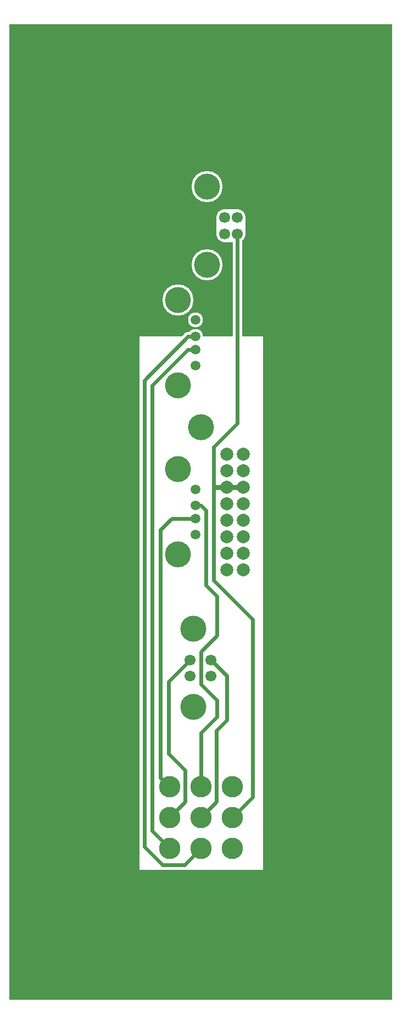
<source format=gbr>
%FSLAX34Y34*%
%MOMM*%
%LNCOPPER_TOP*%
G71*
G01*
%ADD10C, 4.00*%
%ADD11C, 2.80*%
%ADD12C, 1.40*%
%ADD13C, 0.80*%
%ADD14C, 0.60*%
%ADD15C, 0.00*%
%ADD16C, 2.50*%
%ADD17C, 4.80*%
%ADD18C, 2.30*%
%ADD19C, 4.80*%
%ADD20C, 2.50*%
%ADD21C, 4.80*%
%ADD22C, 4.10*%
%ADD23C, 2.00*%
%ADD24C, 4.00*%
%ADD25C, 1.50*%
%ADD26C, 1.70*%
%ADD27C, 4.00*%
%ADD28C, 3.30*%
%LPD*%
G36*
X-295000Y1220000D02*
X295000Y1220000D01*
X295000Y-280000D01*
X-295000Y-280000D01*
X-295000Y1220000D01*
G37*
%LPC*%
X-75000Y1000000D02*
G54D10*
D03*
X75000Y1000000D02*
G54D10*
D03*
X65100Y558900D02*
G54D11*
D03*
X39700Y558900D02*
G54D11*
D03*
X65100Y533500D02*
G54D11*
D03*
X39700Y533500D02*
G54D11*
D03*
X65100Y508100D02*
G54D11*
D03*
X39700Y508100D02*
G54D11*
D03*
X65100Y482700D02*
G54D11*
D03*
X39700Y482700D02*
G54D11*
D03*
X65100Y457300D02*
G54D11*
D03*
X39700Y457300D02*
G54D11*
D03*
X65100Y431900D02*
G54D11*
D03*
X39700Y431900D02*
G54D11*
D03*
X65100Y406500D02*
G54D11*
D03*
X39700Y406500D02*
G54D11*
D03*
X65100Y381100D02*
G54D11*
D03*
X39700Y381100D02*
G54D11*
D03*
X0Y600000D02*
G54D10*
D03*
G54D12*
X56350Y897500D02*
X56350Y606350D01*
X20000Y570000D01*
X20000Y365000D01*
X80000Y305000D01*
X80000Y31700D01*
X48300Y0D01*
G54D13*
X65100Y508100D02*
X21900Y508100D01*
G36*
X65100Y504100D02*
X65100Y512100D01*
X69100Y512100D01*
X69100Y504100D01*
X65100Y504100D01*
G37*
G36*
X21900Y512100D02*
X21900Y504100D01*
X17900Y504100D01*
X17900Y512100D01*
X21900Y512100D01*
G37*
G54D14*
X0Y0D02*
X24150Y24150D01*
X24150Y134150D01*
X40000Y150000D01*
X40000Y218050D01*
X15550Y242500D01*
G54D14*
X-16550Y242500D02*
X-50000Y209050D01*
X-50000Y98300D01*
X-24150Y72450D01*
X-24150Y24150D01*
X-48300Y0D01*
G54D12*
X-8300Y460000D02*
X-45000Y460000D01*
X-62500Y442500D01*
X-62500Y61200D01*
X-48300Y47000D01*
G54D12*
X0Y47000D02*
X0Y130000D01*
X25000Y155000D01*
X25000Y180000D01*
X0Y205000D01*
X0Y255000D01*
X25000Y280000D01*
X25000Y340000D01*
X7500Y357500D01*
X7500Y472500D01*
X0Y480000D01*
X-8300Y480000D01*
G54D12*
X-8300Y720000D02*
X-20000Y720000D01*
X-75000Y665000D01*
X-75000Y-20300D01*
X-48300Y-47000D01*
G54D12*
X-8300Y740000D02*
X-20000Y740000D01*
X-87500Y672500D01*
X-87500Y-44500D01*
X-59500Y-72500D01*
X-25500Y-72500D01*
X0Y-47000D01*
G36*
X95000Y-80000D02*
X-95000Y-80000D01*
X-95000Y740000D01*
X95000Y740000D01*
X95000Y-80000D01*
G37*
G54D15*
X95000Y-80000D02*
X-95000Y-80000D01*
X-95000Y740000D01*
X95000Y740000D01*
X95000Y-80000D01*
G36*
X56350Y897500D02*
X36350Y897500D01*
X36350Y922500D01*
X56350Y922500D01*
X56350Y897500D01*
G37*
G54D16*
X56350Y897500D02*
X36350Y897500D01*
X36350Y922500D01*
X56350Y922500D01*
X56350Y897500D01*
X-35400Y535782D02*
G54D17*
D03*
X-35400Y404382D02*
G54D17*
D03*
X-8300Y505000D02*
G54D18*
D03*
X-8300Y480000D02*
G54D18*
D03*
X-8300Y460000D02*
G54D18*
D03*
X-8300Y435000D02*
G54D18*
D03*
X-35400Y795782D02*
G54D17*
D03*
X-35400Y664382D02*
G54D17*
D03*
X-8300Y765000D02*
G54D18*
D03*
X-8300Y740000D02*
G54D18*
D03*
X-8300Y720000D02*
G54D18*
D03*
X-8300Y695000D02*
G54D18*
D03*
X9250Y970293D02*
G54D19*
D03*
X9250Y849893D02*
G54D19*
D03*
X36350Y922500D02*
G54D20*
D03*
X36350Y897500D02*
G54D20*
D03*
X56350Y922500D02*
G54D20*
D03*
X56350Y897500D02*
G54D20*
D03*
X-11500Y290293D02*
G54D21*
D03*
X-11500Y169893D02*
G54D21*
D03*
X-16550Y242500D02*
G54D20*
D03*
X-16550Y217500D02*
G54D20*
D03*
X15550Y242500D02*
G54D20*
D03*
X15550Y217500D02*
G54D20*
D03*
G36*
X15550Y242500D02*
X15550Y217500D01*
X15550Y217500D01*
X15550Y242500D01*
X15550Y242500D01*
G37*
G54D16*
X15550Y242500D02*
X15550Y217500D01*
X15550Y217500D01*
X15550Y242500D01*
X15550Y242500D01*
G36*
X-16550Y242500D02*
X-16550Y217500D01*
X-16550Y217500D01*
X-16550Y242500D01*
X-16550Y242500D01*
G37*
G54D16*
X-16550Y242500D02*
X-16550Y217500D01*
X-16550Y217500D01*
X-16550Y242500D01*
X-16550Y242500D01*
X48300Y-47000D02*
G54D22*
D03*
X0Y-47000D02*
G54D22*
D03*
X48300Y0D02*
G54D22*
D03*
X0Y0D02*
G54D22*
D03*
X48300Y47000D02*
G54D22*
D03*
X0Y47000D02*
G54D22*
D03*
X-48300Y-47000D02*
G54D22*
D03*
X-48300Y0D02*
G54D22*
D03*
X-48300Y47000D02*
G54D22*
D03*
%LPD*%
X-75000Y1000000D02*
G54D10*
D03*
X75000Y1000000D02*
G54D10*
D03*
X65100Y558900D02*
G54D23*
D03*
X39700Y558900D02*
G54D23*
D03*
X65100Y533500D02*
G54D23*
D03*
X39700Y533500D02*
G54D23*
D03*
X65100Y508100D02*
G54D23*
D03*
X39700Y508100D02*
G54D23*
D03*
X65100Y482700D02*
G54D23*
D03*
X39700Y482700D02*
G54D23*
D03*
X65100Y457300D02*
G54D23*
D03*
X39700Y457300D02*
G54D23*
D03*
X65100Y431900D02*
G54D23*
D03*
X39700Y431900D02*
G54D23*
D03*
X65100Y406500D02*
G54D23*
D03*
X39700Y406500D02*
G54D23*
D03*
X65100Y381100D02*
G54D23*
D03*
X39700Y381100D02*
G54D23*
D03*
X0Y600000D02*
G54D10*
D03*
G54D14*
X56350Y897500D02*
X56350Y606350D01*
X20000Y570000D01*
X20000Y365000D01*
X80000Y305000D01*
X80000Y31700D01*
X48300Y0D01*
G54D13*
X65100Y508100D02*
X21900Y508100D01*
G36*
X65100Y504100D02*
X65100Y512100D01*
X69100Y512100D01*
X69100Y504100D01*
X65100Y504100D01*
G37*
G36*
X21900Y512100D02*
X21900Y504100D01*
X17900Y504100D01*
X17900Y512100D01*
X21900Y512100D01*
G37*
G54D14*
X0Y0D02*
X24150Y24150D01*
X24150Y134150D01*
X40000Y150000D01*
X40000Y218050D01*
X15550Y242500D01*
G54D14*
X-16550Y242500D02*
X-50000Y209050D01*
X-50000Y98300D01*
X-24150Y72450D01*
X-24150Y24150D01*
X-48300Y0D01*
G54D14*
X-8300Y460000D02*
X-45000Y460000D01*
X-62500Y442500D01*
X-62500Y61200D01*
X-48300Y47000D01*
G54D14*
X0Y47000D02*
X0Y130000D01*
X25000Y155000D01*
X25000Y180000D01*
X0Y205000D01*
X0Y255000D01*
X25000Y280000D01*
X25000Y340000D01*
X7500Y357500D01*
X7500Y472500D01*
X0Y480000D01*
X-8300Y480000D01*
G54D14*
X-8300Y720000D02*
X-20000Y720000D01*
X-75000Y665000D01*
X-75000Y-20300D01*
X-48300Y-47000D01*
G54D14*
X-8300Y740000D02*
X-20000Y740000D01*
X-87500Y672500D01*
X-87500Y-44500D01*
X-59500Y-72500D01*
X-25500Y-72500D01*
X0Y-47000D01*
X-35400Y535782D02*
G54D24*
D03*
X-35400Y404382D02*
G54D24*
D03*
X-8300Y505000D02*
G54D25*
D03*
X-8300Y480000D02*
G54D25*
D03*
X-8300Y460000D02*
G54D25*
D03*
X-8300Y435000D02*
G54D25*
D03*
X-35400Y795782D02*
G54D24*
D03*
X-35400Y664382D02*
G54D24*
D03*
X-8300Y765000D02*
G54D25*
D03*
X-8300Y740000D02*
G54D25*
D03*
X-8300Y720000D02*
G54D25*
D03*
X-8300Y695000D02*
G54D25*
D03*
X9250Y970293D02*
G54D10*
D03*
X9250Y849893D02*
G54D10*
D03*
X36350Y922500D02*
G54D26*
D03*
X36350Y897500D02*
G54D26*
D03*
X56350Y922500D02*
G54D26*
D03*
X56350Y897500D02*
G54D26*
D03*
X-11500Y290293D02*
G54D27*
D03*
X-11500Y169893D02*
G54D27*
D03*
X-16550Y242500D02*
G54D26*
D03*
X-16550Y217500D02*
G54D26*
D03*
X15550Y242500D02*
G54D26*
D03*
X15550Y217500D02*
G54D26*
D03*
X48300Y-47000D02*
G54D28*
D03*
X0Y-47000D02*
G54D28*
D03*
X48300Y0D02*
G54D28*
D03*
X0Y0D02*
G54D28*
D03*
X48300Y47000D02*
G54D28*
D03*
X0Y47000D02*
G54D28*
D03*
X-48300Y-47000D02*
G54D28*
D03*
X-48300Y0D02*
G54D28*
D03*
X-48300Y47000D02*
G54D28*
D03*
M02*

</source>
